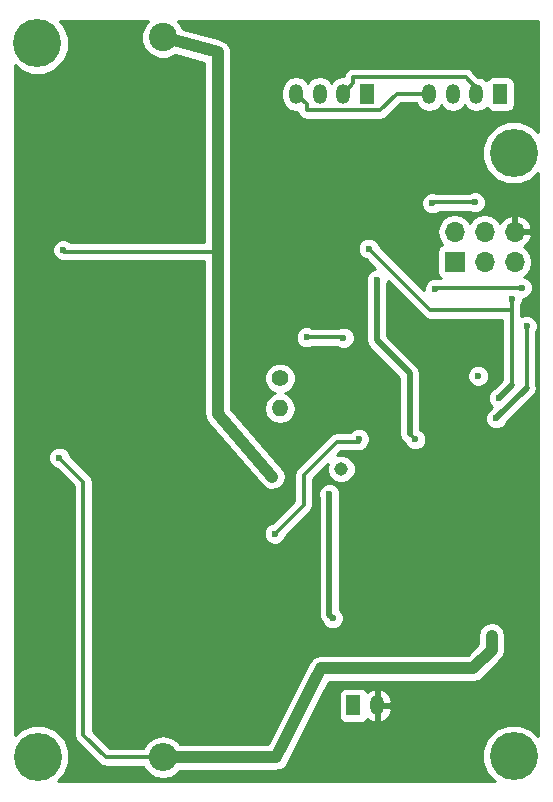
<source format=gbl>
G04 #@! TF.FileFunction,Copper,L2,Bot,Signal*
%FSLAX46Y46*%
G04 Gerber Fmt 4.6, Leading zero omitted, Abs format (unit mm)*
G04 Created by KiCad (PCBNEW 4.0.7) date 12/03/17 16:36:58*
%MOMM*%
%LPD*%
G01*
G04 APERTURE LIST*
%ADD10C,0.100000*%
%ADD11C,4.064000*%
%ADD12R,1.200000X1.700000*%
%ADD13O,1.200000X1.700000*%
%ADD14R,1.700000X1.700000*%
%ADD15O,1.700000X1.700000*%
%ADD16C,1.400000*%
%ADD17O,1.400000X1.400000*%
%ADD18C,2.400000*%
%ADD19O,2.400000X2.400000*%
%ADD20C,1.143000*%
%ADD21C,0.600000*%
%ADD22C,0.500000*%
%ADD23C,0.350000*%
%ADD24C,1.000000*%
%ADD25C,0.254000*%
G04 APERTURE END LIST*
D10*
D11*
X174269400Y-123393200D03*
D12*
X173101000Y-67335400D03*
D13*
X171101000Y-67335400D03*
X169101000Y-67335400D03*
X167101000Y-67335400D03*
D12*
X161823400Y-67335400D03*
D13*
X159823400Y-67335400D03*
X157823400Y-67335400D03*
X155823400Y-67335400D03*
D14*
X169265600Y-81534000D03*
D15*
X169265600Y-78994000D03*
X171805600Y-81534000D03*
X171805600Y-78994000D03*
X174345600Y-81534000D03*
X174345600Y-78994000D03*
D11*
X174244000Y-72313800D03*
X133959600Y-123444000D03*
D16*
X154457400Y-91401900D03*
D17*
X154457400Y-93941900D03*
D18*
X144551400Y-62509400D03*
D19*
X144551400Y-123469400D03*
D20*
X159664400Y-99060000D03*
D12*
X160680400Y-119100600D03*
D13*
X162680400Y-119100600D03*
D11*
X133934200Y-63042800D03*
D21*
X158318200Y-77876400D03*
X154381200Y-72237600D03*
X153619200Y-96139000D03*
X156718000Y-87934800D03*
X159842200Y-87960200D03*
X171246800Y-91186000D03*
X158648400Y-101193600D03*
X158927800Y-111709200D03*
X136093200Y-80543400D03*
X153822400Y-99720400D03*
X135788400Y-98120200D03*
X172389800Y-113182400D03*
X163347400Y-115951000D03*
X175361600Y-86969600D03*
X172770800Y-94792800D03*
X161975800Y-80416400D03*
X174091600Y-84683600D03*
X172974000Y-93065600D03*
X170967400Y-76504800D03*
X167360600Y-76581000D03*
X162661600Y-83058000D03*
X165912800Y-96570800D03*
X167589200Y-83820000D03*
X174955200Y-83718400D03*
X161163000Y-96520000D03*
X154025600Y-104546400D03*
D22*
X151612600Y-79222600D02*
X151612600Y-78486000D01*
X152222200Y-77876400D02*
X158318200Y-77876400D01*
X151612600Y-78486000D02*
X152222200Y-77876400D01*
X151612600Y-75006200D02*
X154381200Y-72237600D01*
X151612600Y-94132400D02*
X151612600Y-79222600D01*
X151612600Y-79222600D02*
X151612600Y-75006200D01*
X153619200Y-96139000D02*
X151612600Y-94132400D01*
D23*
X159816800Y-87934800D02*
X156718000Y-87934800D01*
X159842200Y-87960200D02*
X159816800Y-87934800D01*
D22*
X158648400Y-111429800D02*
X158648400Y-101193600D01*
X158927800Y-111709200D02*
X158648400Y-111429800D01*
D23*
X149199600Y-80670400D02*
X136220200Y-80670400D01*
X136220200Y-80670400D02*
X136093200Y-80543400D01*
D24*
X153822400Y-99720400D02*
X149199600Y-94437200D01*
X149199600Y-94437200D02*
X149199600Y-80670400D01*
X149199600Y-80670400D02*
X149199600Y-63804800D01*
X149199600Y-63804800D02*
X144551400Y-62509400D01*
D23*
X159823400Y-67335400D02*
X159766000Y-67310000D01*
X159766000Y-67310000D02*
X160655000Y-66421000D01*
X160655000Y-66421000D02*
X160655000Y-65913000D01*
X160655000Y-65913000D02*
X170180000Y-65913000D01*
X170180000Y-65913000D02*
X171069000Y-66802000D01*
X171069000Y-66802000D02*
X171069000Y-67310000D01*
X171069000Y-67310000D02*
X171101000Y-67335400D01*
X155823400Y-67335400D02*
X155829000Y-67310000D01*
X155829000Y-67310000D02*
X156718000Y-68199000D01*
X156718000Y-68199000D02*
X156718000Y-68707000D01*
X156718000Y-68707000D02*
X162941000Y-68707000D01*
X162941000Y-68707000D02*
X164338000Y-67310000D01*
X164338000Y-67310000D02*
X167132000Y-67310000D01*
X167132000Y-67310000D02*
X167101000Y-67335400D01*
X155823400Y-67335400D02*
X155829000Y-67310000D01*
X144551400Y-123469400D02*
X139700000Y-123469400D01*
X137820400Y-100152200D02*
X135788400Y-98120200D01*
X137820400Y-121589800D02*
X137820400Y-100152200D01*
X139700000Y-123469400D02*
X137820400Y-121589800D01*
D24*
X163347400Y-115951000D02*
X170840400Y-115951000D01*
X172389800Y-114401600D02*
X172389800Y-113182400D01*
X170840400Y-115951000D02*
X172389800Y-114401600D01*
X146913600Y-123494800D02*
X154152600Y-123494800D01*
X157937200Y-115951000D02*
X163347400Y-115951000D01*
X154152600Y-123494800D02*
X157937200Y-115951000D01*
X146913600Y-123494800D02*
X144551400Y-123469400D01*
D23*
X175361600Y-92202000D02*
X175361600Y-86969600D01*
D22*
X172770800Y-94792800D02*
X175361600Y-92202000D01*
D23*
X174091600Y-85648800D02*
X167208200Y-85648800D01*
X167208200Y-85648800D02*
X161975800Y-80416400D01*
X174091600Y-91948000D02*
X174091600Y-85648800D01*
X174091600Y-85648800D02*
X174091600Y-84683600D01*
D22*
X172974000Y-93065600D02*
X174091600Y-91948000D01*
D23*
X167436800Y-76504800D02*
X170967400Y-76504800D01*
X167360600Y-76581000D02*
X167436800Y-76504800D01*
D22*
X162661600Y-88188800D02*
X162661600Y-83058000D01*
X165455600Y-90982800D02*
X162661600Y-88188800D01*
X165455600Y-96113600D02*
X165455600Y-90982800D01*
D23*
X165912800Y-96570800D02*
X165455600Y-96113600D01*
X167589200Y-83820000D02*
X167843200Y-83718400D01*
X167843200Y-83718400D02*
X174955200Y-83718400D01*
X161163000Y-96520000D02*
X161188400Y-96774000D01*
X161188400Y-96774000D02*
X159258000Y-96774000D01*
X159258000Y-96774000D02*
X156464000Y-99568000D01*
X156464000Y-99568000D02*
X156464000Y-102108000D01*
X156464000Y-102108000D02*
X154025600Y-104546400D01*
D25*
G36*
X176285040Y-70583401D02*
X175756707Y-70054145D01*
X174776827Y-69647264D01*
X173715828Y-69646338D01*
X172735239Y-70051509D01*
X171984345Y-70801093D01*
X171577464Y-71780973D01*
X171576538Y-72841972D01*
X171981709Y-73822561D01*
X172731293Y-74573455D01*
X173711173Y-74980336D01*
X174772172Y-74981262D01*
X175752761Y-74576091D01*
X176287709Y-74042076D01*
X176324479Y-121676865D01*
X175782107Y-121133545D01*
X174802227Y-120726664D01*
X173741228Y-120725738D01*
X172760639Y-121130909D01*
X172009745Y-121880493D01*
X171602864Y-122860373D01*
X171601938Y-123921372D01*
X172007109Y-124901961D01*
X172632056Y-125528000D01*
X135646964Y-125528000D01*
X136219255Y-124956707D01*
X136626136Y-123976827D01*
X136627062Y-122915828D01*
X136221891Y-121935239D01*
X135472307Y-121184345D01*
X134492427Y-120777464D01*
X133431428Y-120776538D01*
X132450839Y-121181709D01*
X132002600Y-121629166D01*
X132002600Y-98305367D01*
X134853238Y-98305367D01*
X134995283Y-98649143D01*
X135258073Y-98912392D01*
X135560772Y-99038084D01*
X137010400Y-100487713D01*
X137010400Y-121589800D01*
X137072058Y-121899774D01*
X137229839Y-122135909D01*
X137247644Y-122162556D01*
X139127244Y-124042157D01*
X139390027Y-124217743D01*
X139527897Y-124245166D01*
X139700000Y-124279400D01*
X142904074Y-124279400D01*
X143253859Y-124802891D01*
X143849176Y-125200669D01*
X144551400Y-125340350D01*
X145253624Y-125200669D01*
X145848941Y-124802891D01*
X145971323Y-124619733D01*
X146901397Y-124629734D01*
X146907504Y-124628587D01*
X146913600Y-124629800D01*
X154152600Y-124629800D01*
X154330295Y-124594454D01*
X154510069Y-124572037D01*
X154546193Y-124551509D01*
X154586946Y-124543403D01*
X154737588Y-124442747D01*
X154895099Y-124353240D01*
X154920618Y-124320450D01*
X154955166Y-124297366D01*
X155055819Y-124146728D01*
X155167091Y-124003753D01*
X158053353Y-118250600D01*
X159432960Y-118250600D01*
X159432960Y-119950600D01*
X159477238Y-120185917D01*
X159616310Y-120402041D01*
X159828510Y-120547031D01*
X160080400Y-120598040D01*
X161280400Y-120598040D01*
X161515717Y-120553762D01*
X161731841Y-120414690D01*
X161835971Y-120262291D01*
X161851275Y-120282533D01*
X162271024Y-120528886D01*
X162362791Y-120544062D01*
X162553400Y-120419331D01*
X162553400Y-119227600D01*
X162807400Y-119227600D01*
X162807400Y-120419331D01*
X162998009Y-120544062D01*
X163089776Y-120528886D01*
X163509525Y-120282533D01*
X163803047Y-119894301D01*
X163925656Y-119423296D01*
X163762947Y-119227600D01*
X162807400Y-119227600D01*
X162553400Y-119227600D01*
X162533400Y-119227600D01*
X162533400Y-118973600D01*
X162553400Y-118973600D01*
X162553400Y-117781869D01*
X162807400Y-117781869D01*
X162807400Y-118973600D01*
X163762947Y-118973600D01*
X163925656Y-118777904D01*
X163803047Y-118306899D01*
X163509525Y-117918667D01*
X163089776Y-117672314D01*
X162998009Y-117657138D01*
X162807400Y-117781869D01*
X162553400Y-117781869D01*
X162362791Y-117657138D01*
X162271024Y-117672314D01*
X161851275Y-117918667D01*
X161835131Y-117940020D01*
X161744490Y-117799159D01*
X161532290Y-117654169D01*
X161280400Y-117603160D01*
X160080400Y-117603160D01*
X159845083Y-117647438D01*
X159628959Y-117786510D01*
X159483969Y-117998710D01*
X159432960Y-118250600D01*
X158053353Y-118250600D01*
X158637614Y-117086000D01*
X170840400Y-117086000D01*
X171274746Y-116999603D01*
X171642966Y-116753566D01*
X173192366Y-115204167D01*
X173438403Y-114835946D01*
X173441781Y-114818965D01*
X173524800Y-114401600D01*
X173524800Y-113182400D01*
X173438403Y-112748054D01*
X173192366Y-112379834D01*
X172824146Y-112133797D01*
X172389800Y-112047400D01*
X171955454Y-112133797D01*
X171587234Y-112379834D01*
X171341197Y-112748054D01*
X171254800Y-113182400D01*
X171254800Y-113931467D01*
X170370268Y-114816000D01*
X157937200Y-114816000D01*
X157759505Y-114851346D01*
X157579731Y-114873763D01*
X157543607Y-114894291D01*
X157502854Y-114902397D01*
X157352212Y-115003053D01*
X157194701Y-115092560D01*
X157169182Y-115125350D01*
X157134634Y-115148434D01*
X157033981Y-115299072D01*
X156922709Y-115442047D01*
X153452186Y-122359800D01*
X146919666Y-122359800D01*
X145991874Y-122349824D01*
X145848941Y-122135909D01*
X145253624Y-121738131D01*
X144551400Y-121598450D01*
X143849176Y-121738131D01*
X143253859Y-122135909D01*
X142904074Y-122659400D01*
X140035513Y-122659400D01*
X138630400Y-121254288D01*
X138630400Y-104731567D01*
X153090438Y-104731567D01*
X153232483Y-105075343D01*
X153495273Y-105338592D01*
X153838801Y-105481238D01*
X154210767Y-105481562D01*
X154554543Y-105339517D01*
X154817792Y-105076727D01*
X154943484Y-104774028D01*
X157036756Y-102680757D01*
X157124549Y-102549365D01*
X157212342Y-102417974D01*
X157274000Y-102108000D01*
X157274000Y-101378767D01*
X157713238Y-101378767D01*
X157763400Y-101500169D01*
X157763400Y-111429795D01*
X157763399Y-111429800D01*
X157782144Y-111524033D01*
X157830767Y-111768475D01*
X158017138Y-112047400D01*
X158022610Y-112055590D01*
X158085056Y-112118035D01*
X158134683Y-112238143D01*
X158397473Y-112501392D01*
X158741001Y-112644038D01*
X159112967Y-112644362D01*
X159456743Y-112502317D01*
X159719992Y-112239527D01*
X159862638Y-111895999D01*
X159862962Y-111524033D01*
X159720917Y-111180257D01*
X159533400Y-110992412D01*
X159533400Y-101500422D01*
X159583238Y-101380399D01*
X159583562Y-101008433D01*
X159441517Y-100664657D01*
X159178727Y-100401408D01*
X158835199Y-100258762D01*
X158463233Y-100258438D01*
X158119457Y-100400483D01*
X157856208Y-100663273D01*
X157713562Y-101006801D01*
X157713238Y-101378767D01*
X157274000Y-101378767D01*
X157274000Y-99903512D01*
X158528804Y-98648709D01*
X158458110Y-98818959D01*
X158457691Y-99298935D01*
X158640982Y-99742535D01*
X158980080Y-100082225D01*
X159423359Y-100266290D01*
X159903335Y-100266709D01*
X160346935Y-100083418D01*
X160686625Y-99744320D01*
X160870690Y-99301041D01*
X160871109Y-98821065D01*
X160687818Y-98377465D01*
X160348720Y-98037775D01*
X159905441Y-97853710D01*
X159425465Y-97853291D01*
X159252934Y-97924579D01*
X159593513Y-97584000D01*
X161188400Y-97584000D01*
X161228403Y-97576043D01*
X161268998Y-97579980D01*
X161382250Y-97545441D01*
X161498374Y-97522342D01*
X161532285Y-97499683D01*
X161571298Y-97487785D01*
X161662711Y-97412535D01*
X161761156Y-97346756D01*
X161783816Y-97312844D01*
X161815305Y-97286922D01*
X161870963Y-97182419D01*
X161936742Y-97083974D01*
X161940522Y-97064972D01*
X161955192Y-97050327D01*
X162097838Y-96706799D01*
X162098162Y-96334833D01*
X161956117Y-95991057D01*
X161693327Y-95727808D01*
X161349799Y-95585162D01*
X160977833Y-95584838D01*
X160634057Y-95726883D01*
X160396526Y-95964000D01*
X159258000Y-95964000D01*
X158948027Y-96025657D01*
X158685244Y-96201243D01*
X155891244Y-98995244D01*
X155715658Y-99258026D01*
X155654000Y-99568000D01*
X155654000Y-101772487D01*
X153797518Y-103628970D01*
X153496657Y-103753283D01*
X153233408Y-104016073D01*
X153090762Y-104359601D01*
X153090438Y-104731567D01*
X138630400Y-104731567D01*
X138630400Y-100152200D01*
X138568742Y-99842226D01*
X138498412Y-99736971D01*
X138393157Y-99579444D01*
X136705830Y-97892118D01*
X136581517Y-97591257D01*
X136318727Y-97328008D01*
X135975199Y-97185362D01*
X135603233Y-97185038D01*
X135259457Y-97327083D01*
X134996208Y-97589873D01*
X134853562Y-97933401D01*
X134853238Y-98305367D01*
X132002600Y-98305367D01*
X132002600Y-64882830D01*
X132421493Y-65302455D01*
X133401373Y-65709336D01*
X134462372Y-65710262D01*
X135442961Y-65305091D01*
X136193855Y-64555507D01*
X136600736Y-63575627D01*
X136601662Y-62514628D01*
X136196491Y-61534039D01*
X135822600Y-61159495D01*
X143310485Y-61155330D01*
X142996670Y-61468599D01*
X142716719Y-62142795D01*
X142716082Y-62872803D01*
X142994855Y-63547486D01*
X143510599Y-64064130D01*
X144184795Y-64344081D01*
X144914803Y-64344718D01*
X145589486Y-64065945D01*
X145659176Y-63996377D01*
X148064600Y-64666741D01*
X148064600Y-79860400D01*
X136732529Y-79860400D01*
X136623527Y-79751208D01*
X136279999Y-79608562D01*
X135908033Y-79608238D01*
X135564257Y-79750283D01*
X135301008Y-80013073D01*
X135158362Y-80356601D01*
X135158038Y-80728567D01*
X135300083Y-81072343D01*
X135562873Y-81335592D01*
X135906401Y-81478238D01*
X136210663Y-81478503D01*
X136220200Y-81480400D01*
X148064600Y-81480400D01*
X148064600Y-94437200D01*
X148100567Y-94618020D01*
X148124427Y-94800831D01*
X148143529Y-94834003D01*
X148150997Y-94871546D01*
X148253420Y-95024833D01*
X148345425Y-95184603D01*
X152968225Y-100467803D01*
X153319264Y-100737788D01*
X153746901Y-100852886D01*
X154186031Y-100795573D01*
X154569803Y-100574574D01*
X154839788Y-100223535D01*
X154954886Y-99795899D01*
X154897573Y-99356769D01*
X154676574Y-98972997D01*
X150334600Y-94010740D01*
X150334600Y-91666283D01*
X153122169Y-91666283D01*
X153324982Y-92157129D01*
X153700196Y-92532998D01*
X154023188Y-92667116D01*
X153946518Y-92682367D01*
X153513412Y-92971758D01*
X153224021Y-93404864D01*
X153122400Y-93915746D01*
X153122400Y-93968054D01*
X153224021Y-94478936D01*
X153513412Y-94912042D01*
X153946518Y-95201433D01*
X154457400Y-95303054D01*
X154968282Y-95201433D01*
X155401388Y-94912042D01*
X155690779Y-94478936D01*
X155792400Y-93968054D01*
X155792400Y-93915746D01*
X155690779Y-93404864D01*
X155401388Y-92971758D01*
X154968282Y-92682367D01*
X154891355Y-92667065D01*
X155212629Y-92534318D01*
X155588498Y-92159104D01*
X155792168Y-91668613D01*
X155792631Y-91137517D01*
X155589818Y-90646671D01*
X155214604Y-90270802D01*
X154724113Y-90067132D01*
X154193017Y-90066669D01*
X153702171Y-90269482D01*
X153326302Y-90644696D01*
X153122632Y-91135187D01*
X153122169Y-91666283D01*
X150334600Y-91666283D01*
X150334600Y-88119967D01*
X155782838Y-88119967D01*
X155924883Y-88463743D01*
X156187673Y-88726992D01*
X156531201Y-88869638D01*
X156903167Y-88869962D01*
X157206083Y-88744800D01*
X159304294Y-88744800D01*
X159311873Y-88752392D01*
X159655401Y-88895038D01*
X160027367Y-88895362D01*
X160371143Y-88753317D01*
X160634392Y-88490527D01*
X160777038Y-88146999D01*
X160777362Y-87775033D01*
X160635317Y-87431257D01*
X160372527Y-87168008D01*
X160028999Y-87025362D01*
X159657033Y-87025038D01*
X159415590Y-87124800D01*
X157205441Y-87124800D01*
X156904799Y-86999962D01*
X156532833Y-86999638D01*
X156189057Y-87141683D01*
X155925808Y-87404473D01*
X155783162Y-87748001D01*
X155782838Y-88119967D01*
X150334600Y-88119967D01*
X150334600Y-80601567D01*
X161040638Y-80601567D01*
X161182683Y-80945343D01*
X161445473Y-81208592D01*
X161748172Y-81334284D01*
X162536778Y-82122891D01*
X162476433Y-82122838D01*
X162132657Y-82264883D01*
X161869408Y-82527673D01*
X161726762Y-82871201D01*
X161726438Y-83243167D01*
X161776600Y-83364569D01*
X161776600Y-88188795D01*
X161776599Y-88188800D01*
X161831290Y-88463743D01*
X161843967Y-88527475D01*
X161977279Y-88726992D01*
X162035810Y-88814590D01*
X164570600Y-91349379D01*
X164570600Y-96113600D01*
X164637967Y-96452275D01*
X164829810Y-96739390D01*
X165024554Y-96869513D01*
X165119683Y-97099743D01*
X165382473Y-97362992D01*
X165726001Y-97505638D01*
X166097967Y-97505962D01*
X166441743Y-97363917D01*
X166704992Y-97101127D01*
X166847638Y-96757599D01*
X166847962Y-96385633D01*
X166705917Y-96041857D01*
X166443127Y-95778608D01*
X166340600Y-95736035D01*
X166340600Y-91371167D01*
X170311638Y-91371167D01*
X170453683Y-91714943D01*
X170716473Y-91978192D01*
X171060001Y-92120838D01*
X171431967Y-92121162D01*
X171775743Y-91979117D01*
X172038992Y-91716327D01*
X172181638Y-91372799D01*
X172181962Y-91000833D01*
X172039917Y-90657057D01*
X171777127Y-90393808D01*
X171433599Y-90251162D01*
X171061633Y-90250838D01*
X170717857Y-90392883D01*
X170454608Y-90655673D01*
X170311962Y-90999201D01*
X170311638Y-91371167D01*
X166340600Y-91371167D01*
X166340600Y-90982805D01*
X166340601Y-90982800D01*
X166273739Y-90646671D01*
X166273233Y-90644125D01*
X166081390Y-90357010D01*
X166081387Y-90357008D01*
X163546600Y-87822220D01*
X163546600Y-83364822D01*
X163596438Y-83244799D01*
X163596492Y-83182605D01*
X166635443Y-86221556D01*
X166766835Y-86309349D01*
X166898226Y-86397142D01*
X167208200Y-86458800D01*
X173281600Y-86458800D01*
X173281600Y-91506421D01*
X172565164Y-92222856D01*
X172445057Y-92272483D01*
X172181808Y-92535273D01*
X172039162Y-92878801D01*
X172038838Y-93250767D01*
X172180883Y-93594543D01*
X172443673Y-93857792D01*
X172451131Y-93860889D01*
X172361964Y-93950056D01*
X172241857Y-93999683D01*
X171978608Y-94262473D01*
X171835962Y-94606001D01*
X171835638Y-94977967D01*
X171977683Y-95321743D01*
X172240473Y-95584992D01*
X172584001Y-95727638D01*
X172955967Y-95727962D01*
X173299743Y-95585917D01*
X173562992Y-95323127D01*
X173613366Y-95201814D01*
X175987389Y-92827790D01*
X176179233Y-92540675D01*
X176246600Y-92202000D01*
X176179233Y-91863326D01*
X176171600Y-91851902D01*
X176171600Y-87457041D01*
X176296438Y-87156399D01*
X176296762Y-86784433D01*
X176154717Y-86440657D01*
X175891927Y-86177408D01*
X175548399Y-86034762D01*
X175176433Y-86034438D01*
X174901600Y-86147996D01*
X174901600Y-85171041D01*
X175026438Y-84870399D01*
X175026627Y-84653463D01*
X175140367Y-84653562D01*
X175484143Y-84511517D01*
X175747392Y-84248727D01*
X175890038Y-83905199D01*
X175890362Y-83533233D01*
X175748317Y-83189457D01*
X175485527Y-82926208D01*
X175141999Y-82783562D01*
X175140611Y-82783561D01*
X175395654Y-82613147D01*
X175717561Y-82131378D01*
X175830600Y-81563093D01*
X175830600Y-81504907D01*
X175717561Y-80936622D01*
X175395654Y-80454853D01*
X175112499Y-80265655D01*
X175112524Y-80265645D01*
X175540783Y-79875358D01*
X175787086Y-79350892D01*
X175666419Y-79121000D01*
X174472600Y-79121000D01*
X174472600Y-79141000D01*
X174218600Y-79141000D01*
X174218600Y-79121000D01*
X174198600Y-79121000D01*
X174198600Y-78867000D01*
X174218600Y-78867000D01*
X174218600Y-77673845D01*
X174472600Y-77673845D01*
X174472600Y-78867000D01*
X175666419Y-78867000D01*
X175787086Y-78637108D01*
X175540783Y-78112642D01*
X175112524Y-77722355D01*
X174702490Y-77552524D01*
X174472600Y-77673845D01*
X174218600Y-77673845D01*
X173988710Y-77552524D01*
X173578676Y-77722355D01*
X173150417Y-78112642D01*
X173083302Y-78255553D01*
X172855654Y-77914853D01*
X172373885Y-77592946D01*
X171805600Y-77479907D01*
X171237315Y-77592946D01*
X170755546Y-77914853D01*
X170535600Y-78244026D01*
X170315654Y-77914853D01*
X169833885Y-77592946D01*
X169265600Y-77479907D01*
X168697315Y-77592946D01*
X168215546Y-77914853D01*
X167893639Y-78396622D01*
X167780600Y-78964907D01*
X167780600Y-79023093D01*
X167893639Y-79591378D01*
X168215546Y-80073147D01*
X168216779Y-80073971D01*
X168180283Y-80080838D01*
X167964159Y-80219910D01*
X167819169Y-80432110D01*
X167768160Y-80684000D01*
X167768160Y-82384000D01*
X167812438Y-82619317D01*
X167951510Y-82835441D01*
X168058289Y-82908400D01*
X167843200Y-82908400D01*
X167835602Y-82909911D01*
X167775999Y-82885162D01*
X167404033Y-82884838D01*
X167060257Y-83026883D01*
X166797008Y-83289673D01*
X166654362Y-83633201D01*
X166654087Y-83949174D01*
X162893230Y-80188318D01*
X162768917Y-79887457D01*
X162506127Y-79624208D01*
X162162599Y-79481562D01*
X161790633Y-79481238D01*
X161446857Y-79623283D01*
X161183608Y-79886073D01*
X161040962Y-80229601D01*
X161040638Y-80601567D01*
X150334600Y-80601567D01*
X150334600Y-76766167D01*
X166425438Y-76766167D01*
X166567483Y-77109943D01*
X166830273Y-77373192D01*
X167173801Y-77515838D01*
X167545767Y-77516162D01*
X167889543Y-77374117D01*
X167948964Y-77314800D01*
X170479959Y-77314800D01*
X170780601Y-77439638D01*
X171152567Y-77439962D01*
X171496343Y-77297917D01*
X171759592Y-77035127D01*
X171902238Y-76691599D01*
X171902562Y-76319633D01*
X171760517Y-75975857D01*
X171497727Y-75712608D01*
X171154199Y-75569962D01*
X170782233Y-75569638D01*
X170479317Y-75694800D01*
X167664532Y-75694800D01*
X167547399Y-75646162D01*
X167175433Y-75645838D01*
X166831657Y-75787883D01*
X166568408Y-76050673D01*
X166425762Y-76394201D01*
X166425438Y-76766167D01*
X150334600Y-76766167D01*
X150334600Y-67056307D01*
X154588400Y-67056307D01*
X154588400Y-67614493D01*
X154682409Y-68087107D01*
X154950123Y-68487770D01*
X155350786Y-68755484D01*
X155823400Y-68849493D01*
X155932045Y-68827882D01*
X155969658Y-69016974D01*
X156145244Y-69279756D01*
X156408026Y-69455342D01*
X156718000Y-69517000D01*
X162941000Y-69517000D01*
X163250974Y-69455342D01*
X163513756Y-69279756D01*
X164673513Y-68120000D01*
X165981987Y-68120000D01*
X166227723Y-68487770D01*
X166628386Y-68755484D01*
X167101000Y-68849493D01*
X167573614Y-68755484D01*
X167974277Y-68487770D01*
X168101000Y-68298115D01*
X168227723Y-68487770D01*
X168628386Y-68755484D01*
X169101000Y-68849493D01*
X169573614Y-68755484D01*
X169974277Y-68487770D01*
X170101000Y-68298115D01*
X170227723Y-68487770D01*
X170628386Y-68755484D01*
X171101000Y-68849493D01*
X171573614Y-68755484D01*
X171950996Y-68503326D01*
X172036910Y-68636841D01*
X172249110Y-68781831D01*
X172501000Y-68832840D01*
X173701000Y-68832840D01*
X173936317Y-68788562D01*
X174152441Y-68649490D01*
X174297431Y-68437290D01*
X174348440Y-68185400D01*
X174348440Y-66485400D01*
X174304162Y-66250083D01*
X174165090Y-66033959D01*
X173952890Y-65888969D01*
X173701000Y-65837960D01*
X172501000Y-65837960D01*
X172265683Y-65882238D01*
X172049559Y-66021310D01*
X171950099Y-66166875D01*
X171573614Y-65915316D01*
X171266799Y-65854287D01*
X170752756Y-65340244D01*
X170696201Y-65302455D01*
X170489974Y-65164658D01*
X170180000Y-65103000D01*
X160655000Y-65103000D01*
X160345026Y-65164658D01*
X160082244Y-65340244D01*
X159906658Y-65603026D01*
X159861723Y-65828930D01*
X159823400Y-65821307D01*
X159350786Y-65915316D01*
X158950123Y-66183030D01*
X158823400Y-66372685D01*
X158696677Y-66183030D01*
X158296014Y-65915316D01*
X157823400Y-65821307D01*
X157350786Y-65915316D01*
X156950123Y-66183030D01*
X156823400Y-66372685D01*
X156696677Y-66183030D01*
X156296014Y-65915316D01*
X155823400Y-65821307D01*
X155350786Y-65915316D01*
X154950123Y-66183030D01*
X154682409Y-66583693D01*
X154588400Y-67056307D01*
X150334600Y-67056307D01*
X150334600Y-63804800D01*
X150321098Y-63736919D01*
X150326314Y-63667905D01*
X150278256Y-63521543D01*
X150248203Y-63370454D01*
X150209752Y-63312908D01*
X150188161Y-63247151D01*
X150087751Y-63130320D01*
X150002166Y-63002234D01*
X149944619Y-62963783D01*
X149899508Y-62911294D01*
X149762032Y-62841782D01*
X149633946Y-62756197D01*
X149566067Y-62742695D01*
X149504301Y-62711464D01*
X146245057Y-61803150D01*
X146107945Y-61471314D01*
X145791134Y-61153951D01*
X176277748Y-61136995D01*
X176285040Y-70583401D01*
X176285040Y-70583401D01*
G37*
X176285040Y-70583401D02*
X175756707Y-70054145D01*
X174776827Y-69647264D01*
X173715828Y-69646338D01*
X172735239Y-70051509D01*
X171984345Y-70801093D01*
X171577464Y-71780973D01*
X171576538Y-72841972D01*
X171981709Y-73822561D01*
X172731293Y-74573455D01*
X173711173Y-74980336D01*
X174772172Y-74981262D01*
X175752761Y-74576091D01*
X176287709Y-74042076D01*
X176324479Y-121676865D01*
X175782107Y-121133545D01*
X174802227Y-120726664D01*
X173741228Y-120725738D01*
X172760639Y-121130909D01*
X172009745Y-121880493D01*
X171602864Y-122860373D01*
X171601938Y-123921372D01*
X172007109Y-124901961D01*
X172632056Y-125528000D01*
X135646964Y-125528000D01*
X136219255Y-124956707D01*
X136626136Y-123976827D01*
X136627062Y-122915828D01*
X136221891Y-121935239D01*
X135472307Y-121184345D01*
X134492427Y-120777464D01*
X133431428Y-120776538D01*
X132450839Y-121181709D01*
X132002600Y-121629166D01*
X132002600Y-98305367D01*
X134853238Y-98305367D01*
X134995283Y-98649143D01*
X135258073Y-98912392D01*
X135560772Y-99038084D01*
X137010400Y-100487713D01*
X137010400Y-121589800D01*
X137072058Y-121899774D01*
X137229839Y-122135909D01*
X137247644Y-122162556D01*
X139127244Y-124042157D01*
X139390027Y-124217743D01*
X139527897Y-124245166D01*
X139700000Y-124279400D01*
X142904074Y-124279400D01*
X143253859Y-124802891D01*
X143849176Y-125200669D01*
X144551400Y-125340350D01*
X145253624Y-125200669D01*
X145848941Y-124802891D01*
X145971323Y-124619733D01*
X146901397Y-124629734D01*
X146907504Y-124628587D01*
X146913600Y-124629800D01*
X154152600Y-124629800D01*
X154330295Y-124594454D01*
X154510069Y-124572037D01*
X154546193Y-124551509D01*
X154586946Y-124543403D01*
X154737588Y-124442747D01*
X154895099Y-124353240D01*
X154920618Y-124320450D01*
X154955166Y-124297366D01*
X155055819Y-124146728D01*
X155167091Y-124003753D01*
X158053353Y-118250600D01*
X159432960Y-118250600D01*
X159432960Y-119950600D01*
X159477238Y-120185917D01*
X159616310Y-120402041D01*
X159828510Y-120547031D01*
X160080400Y-120598040D01*
X161280400Y-120598040D01*
X161515717Y-120553762D01*
X161731841Y-120414690D01*
X161835971Y-120262291D01*
X161851275Y-120282533D01*
X162271024Y-120528886D01*
X162362791Y-120544062D01*
X162553400Y-120419331D01*
X162553400Y-119227600D01*
X162807400Y-119227600D01*
X162807400Y-120419331D01*
X162998009Y-120544062D01*
X163089776Y-120528886D01*
X163509525Y-120282533D01*
X163803047Y-119894301D01*
X163925656Y-119423296D01*
X163762947Y-119227600D01*
X162807400Y-119227600D01*
X162553400Y-119227600D01*
X162533400Y-119227600D01*
X162533400Y-118973600D01*
X162553400Y-118973600D01*
X162553400Y-117781869D01*
X162807400Y-117781869D01*
X162807400Y-118973600D01*
X163762947Y-118973600D01*
X163925656Y-118777904D01*
X163803047Y-118306899D01*
X163509525Y-117918667D01*
X163089776Y-117672314D01*
X162998009Y-117657138D01*
X162807400Y-117781869D01*
X162553400Y-117781869D01*
X162362791Y-117657138D01*
X162271024Y-117672314D01*
X161851275Y-117918667D01*
X161835131Y-117940020D01*
X161744490Y-117799159D01*
X161532290Y-117654169D01*
X161280400Y-117603160D01*
X160080400Y-117603160D01*
X159845083Y-117647438D01*
X159628959Y-117786510D01*
X159483969Y-117998710D01*
X159432960Y-118250600D01*
X158053353Y-118250600D01*
X158637614Y-117086000D01*
X170840400Y-117086000D01*
X171274746Y-116999603D01*
X171642966Y-116753566D01*
X173192366Y-115204167D01*
X173438403Y-114835946D01*
X173441781Y-114818965D01*
X173524800Y-114401600D01*
X173524800Y-113182400D01*
X173438403Y-112748054D01*
X173192366Y-112379834D01*
X172824146Y-112133797D01*
X172389800Y-112047400D01*
X171955454Y-112133797D01*
X171587234Y-112379834D01*
X171341197Y-112748054D01*
X171254800Y-113182400D01*
X171254800Y-113931467D01*
X170370268Y-114816000D01*
X157937200Y-114816000D01*
X157759505Y-114851346D01*
X157579731Y-114873763D01*
X157543607Y-114894291D01*
X157502854Y-114902397D01*
X157352212Y-115003053D01*
X157194701Y-115092560D01*
X157169182Y-115125350D01*
X157134634Y-115148434D01*
X157033981Y-115299072D01*
X156922709Y-115442047D01*
X153452186Y-122359800D01*
X146919666Y-122359800D01*
X145991874Y-122349824D01*
X145848941Y-122135909D01*
X145253624Y-121738131D01*
X144551400Y-121598450D01*
X143849176Y-121738131D01*
X143253859Y-122135909D01*
X142904074Y-122659400D01*
X140035513Y-122659400D01*
X138630400Y-121254288D01*
X138630400Y-104731567D01*
X153090438Y-104731567D01*
X153232483Y-105075343D01*
X153495273Y-105338592D01*
X153838801Y-105481238D01*
X154210767Y-105481562D01*
X154554543Y-105339517D01*
X154817792Y-105076727D01*
X154943484Y-104774028D01*
X157036756Y-102680757D01*
X157124549Y-102549365D01*
X157212342Y-102417974D01*
X157274000Y-102108000D01*
X157274000Y-101378767D01*
X157713238Y-101378767D01*
X157763400Y-101500169D01*
X157763400Y-111429795D01*
X157763399Y-111429800D01*
X157782144Y-111524033D01*
X157830767Y-111768475D01*
X158017138Y-112047400D01*
X158022610Y-112055590D01*
X158085056Y-112118035D01*
X158134683Y-112238143D01*
X158397473Y-112501392D01*
X158741001Y-112644038D01*
X159112967Y-112644362D01*
X159456743Y-112502317D01*
X159719992Y-112239527D01*
X159862638Y-111895999D01*
X159862962Y-111524033D01*
X159720917Y-111180257D01*
X159533400Y-110992412D01*
X159533400Y-101500422D01*
X159583238Y-101380399D01*
X159583562Y-101008433D01*
X159441517Y-100664657D01*
X159178727Y-100401408D01*
X158835199Y-100258762D01*
X158463233Y-100258438D01*
X158119457Y-100400483D01*
X157856208Y-100663273D01*
X157713562Y-101006801D01*
X157713238Y-101378767D01*
X157274000Y-101378767D01*
X157274000Y-99903512D01*
X158528804Y-98648709D01*
X158458110Y-98818959D01*
X158457691Y-99298935D01*
X158640982Y-99742535D01*
X158980080Y-100082225D01*
X159423359Y-100266290D01*
X159903335Y-100266709D01*
X160346935Y-100083418D01*
X160686625Y-99744320D01*
X160870690Y-99301041D01*
X160871109Y-98821065D01*
X160687818Y-98377465D01*
X160348720Y-98037775D01*
X159905441Y-97853710D01*
X159425465Y-97853291D01*
X159252934Y-97924579D01*
X159593513Y-97584000D01*
X161188400Y-97584000D01*
X161228403Y-97576043D01*
X161268998Y-97579980D01*
X161382250Y-97545441D01*
X161498374Y-97522342D01*
X161532285Y-97499683D01*
X161571298Y-97487785D01*
X161662711Y-97412535D01*
X161761156Y-97346756D01*
X161783816Y-97312844D01*
X161815305Y-97286922D01*
X161870963Y-97182419D01*
X161936742Y-97083974D01*
X161940522Y-97064972D01*
X161955192Y-97050327D01*
X162097838Y-96706799D01*
X162098162Y-96334833D01*
X161956117Y-95991057D01*
X161693327Y-95727808D01*
X161349799Y-95585162D01*
X160977833Y-95584838D01*
X160634057Y-95726883D01*
X160396526Y-95964000D01*
X159258000Y-95964000D01*
X158948027Y-96025657D01*
X158685244Y-96201243D01*
X155891244Y-98995244D01*
X155715658Y-99258026D01*
X155654000Y-99568000D01*
X155654000Y-101772487D01*
X153797518Y-103628970D01*
X153496657Y-103753283D01*
X153233408Y-104016073D01*
X153090762Y-104359601D01*
X153090438Y-104731567D01*
X138630400Y-104731567D01*
X138630400Y-100152200D01*
X138568742Y-99842226D01*
X138498412Y-99736971D01*
X138393157Y-99579444D01*
X136705830Y-97892118D01*
X136581517Y-97591257D01*
X136318727Y-97328008D01*
X135975199Y-97185362D01*
X135603233Y-97185038D01*
X135259457Y-97327083D01*
X134996208Y-97589873D01*
X134853562Y-97933401D01*
X134853238Y-98305367D01*
X132002600Y-98305367D01*
X132002600Y-64882830D01*
X132421493Y-65302455D01*
X133401373Y-65709336D01*
X134462372Y-65710262D01*
X135442961Y-65305091D01*
X136193855Y-64555507D01*
X136600736Y-63575627D01*
X136601662Y-62514628D01*
X136196491Y-61534039D01*
X135822600Y-61159495D01*
X143310485Y-61155330D01*
X142996670Y-61468599D01*
X142716719Y-62142795D01*
X142716082Y-62872803D01*
X142994855Y-63547486D01*
X143510599Y-64064130D01*
X144184795Y-64344081D01*
X144914803Y-64344718D01*
X145589486Y-64065945D01*
X145659176Y-63996377D01*
X148064600Y-64666741D01*
X148064600Y-79860400D01*
X136732529Y-79860400D01*
X136623527Y-79751208D01*
X136279999Y-79608562D01*
X135908033Y-79608238D01*
X135564257Y-79750283D01*
X135301008Y-80013073D01*
X135158362Y-80356601D01*
X135158038Y-80728567D01*
X135300083Y-81072343D01*
X135562873Y-81335592D01*
X135906401Y-81478238D01*
X136210663Y-81478503D01*
X136220200Y-81480400D01*
X148064600Y-81480400D01*
X148064600Y-94437200D01*
X148100567Y-94618020D01*
X148124427Y-94800831D01*
X148143529Y-94834003D01*
X148150997Y-94871546D01*
X148253420Y-95024833D01*
X148345425Y-95184603D01*
X152968225Y-100467803D01*
X153319264Y-100737788D01*
X153746901Y-100852886D01*
X154186031Y-100795573D01*
X154569803Y-100574574D01*
X154839788Y-100223535D01*
X154954886Y-99795899D01*
X154897573Y-99356769D01*
X154676574Y-98972997D01*
X150334600Y-94010740D01*
X150334600Y-91666283D01*
X153122169Y-91666283D01*
X153324982Y-92157129D01*
X153700196Y-92532998D01*
X154023188Y-92667116D01*
X153946518Y-92682367D01*
X153513412Y-92971758D01*
X153224021Y-93404864D01*
X153122400Y-93915746D01*
X153122400Y-93968054D01*
X153224021Y-94478936D01*
X153513412Y-94912042D01*
X153946518Y-95201433D01*
X154457400Y-95303054D01*
X154968282Y-95201433D01*
X155401388Y-94912042D01*
X155690779Y-94478936D01*
X155792400Y-93968054D01*
X155792400Y-93915746D01*
X155690779Y-93404864D01*
X155401388Y-92971758D01*
X154968282Y-92682367D01*
X154891355Y-92667065D01*
X155212629Y-92534318D01*
X155588498Y-92159104D01*
X155792168Y-91668613D01*
X155792631Y-91137517D01*
X155589818Y-90646671D01*
X155214604Y-90270802D01*
X154724113Y-90067132D01*
X154193017Y-90066669D01*
X153702171Y-90269482D01*
X153326302Y-90644696D01*
X153122632Y-91135187D01*
X153122169Y-91666283D01*
X150334600Y-91666283D01*
X150334600Y-88119967D01*
X155782838Y-88119967D01*
X155924883Y-88463743D01*
X156187673Y-88726992D01*
X156531201Y-88869638D01*
X156903167Y-88869962D01*
X157206083Y-88744800D01*
X159304294Y-88744800D01*
X159311873Y-88752392D01*
X159655401Y-88895038D01*
X160027367Y-88895362D01*
X160371143Y-88753317D01*
X160634392Y-88490527D01*
X160777038Y-88146999D01*
X160777362Y-87775033D01*
X160635317Y-87431257D01*
X160372527Y-87168008D01*
X160028999Y-87025362D01*
X159657033Y-87025038D01*
X159415590Y-87124800D01*
X157205441Y-87124800D01*
X156904799Y-86999962D01*
X156532833Y-86999638D01*
X156189057Y-87141683D01*
X155925808Y-87404473D01*
X155783162Y-87748001D01*
X155782838Y-88119967D01*
X150334600Y-88119967D01*
X150334600Y-80601567D01*
X161040638Y-80601567D01*
X161182683Y-80945343D01*
X161445473Y-81208592D01*
X161748172Y-81334284D01*
X162536778Y-82122891D01*
X162476433Y-82122838D01*
X162132657Y-82264883D01*
X161869408Y-82527673D01*
X161726762Y-82871201D01*
X161726438Y-83243167D01*
X161776600Y-83364569D01*
X161776600Y-88188795D01*
X161776599Y-88188800D01*
X161831290Y-88463743D01*
X161843967Y-88527475D01*
X161977279Y-88726992D01*
X162035810Y-88814590D01*
X164570600Y-91349379D01*
X164570600Y-96113600D01*
X164637967Y-96452275D01*
X164829810Y-96739390D01*
X165024554Y-96869513D01*
X165119683Y-97099743D01*
X165382473Y-97362992D01*
X165726001Y-97505638D01*
X166097967Y-97505962D01*
X166441743Y-97363917D01*
X166704992Y-97101127D01*
X166847638Y-96757599D01*
X166847962Y-96385633D01*
X166705917Y-96041857D01*
X166443127Y-95778608D01*
X166340600Y-95736035D01*
X166340600Y-91371167D01*
X170311638Y-91371167D01*
X170453683Y-91714943D01*
X170716473Y-91978192D01*
X171060001Y-92120838D01*
X171431967Y-92121162D01*
X171775743Y-91979117D01*
X172038992Y-91716327D01*
X172181638Y-91372799D01*
X172181962Y-91000833D01*
X172039917Y-90657057D01*
X171777127Y-90393808D01*
X171433599Y-90251162D01*
X171061633Y-90250838D01*
X170717857Y-90392883D01*
X170454608Y-90655673D01*
X170311962Y-90999201D01*
X170311638Y-91371167D01*
X166340600Y-91371167D01*
X166340600Y-90982805D01*
X166340601Y-90982800D01*
X166273739Y-90646671D01*
X166273233Y-90644125D01*
X166081390Y-90357010D01*
X166081387Y-90357008D01*
X163546600Y-87822220D01*
X163546600Y-83364822D01*
X163596438Y-83244799D01*
X163596492Y-83182605D01*
X166635443Y-86221556D01*
X166766835Y-86309349D01*
X166898226Y-86397142D01*
X167208200Y-86458800D01*
X173281600Y-86458800D01*
X173281600Y-91506421D01*
X172565164Y-92222856D01*
X172445057Y-92272483D01*
X172181808Y-92535273D01*
X172039162Y-92878801D01*
X172038838Y-93250767D01*
X172180883Y-93594543D01*
X172443673Y-93857792D01*
X172451131Y-93860889D01*
X172361964Y-93950056D01*
X172241857Y-93999683D01*
X171978608Y-94262473D01*
X171835962Y-94606001D01*
X171835638Y-94977967D01*
X171977683Y-95321743D01*
X172240473Y-95584992D01*
X172584001Y-95727638D01*
X172955967Y-95727962D01*
X173299743Y-95585917D01*
X173562992Y-95323127D01*
X173613366Y-95201814D01*
X175987389Y-92827790D01*
X176179233Y-92540675D01*
X176246600Y-92202000D01*
X176179233Y-91863326D01*
X176171600Y-91851902D01*
X176171600Y-87457041D01*
X176296438Y-87156399D01*
X176296762Y-86784433D01*
X176154717Y-86440657D01*
X175891927Y-86177408D01*
X175548399Y-86034762D01*
X175176433Y-86034438D01*
X174901600Y-86147996D01*
X174901600Y-85171041D01*
X175026438Y-84870399D01*
X175026627Y-84653463D01*
X175140367Y-84653562D01*
X175484143Y-84511517D01*
X175747392Y-84248727D01*
X175890038Y-83905199D01*
X175890362Y-83533233D01*
X175748317Y-83189457D01*
X175485527Y-82926208D01*
X175141999Y-82783562D01*
X175140611Y-82783561D01*
X175395654Y-82613147D01*
X175717561Y-82131378D01*
X175830600Y-81563093D01*
X175830600Y-81504907D01*
X175717561Y-80936622D01*
X175395654Y-80454853D01*
X175112499Y-80265655D01*
X175112524Y-80265645D01*
X175540783Y-79875358D01*
X175787086Y-79350892D01*
X175666419Y-79121000D01*
X174472600Y-79121000D01*
X174472600Y-79141000D01*
X174218600Y-79141000D01*
X174218600Y-79121000D01*
X174198600Y-79121000D01*
X174198600Y-78867000D01*
X174218600Y-78867000D01*
X174218600Y-77673845D01*
X174472600Y-77673845D01*
X174472600Y-78867000D01*
X175666419Y-78867000D01*
X175787086Y-78637108D01*
X175540783Y-78112642D01*
X175112524Y-77722355D01*
X174702490Y-77552524D01*
X174472600Y-77673845D01*
X174218600Y-77673845D01*
X173988710Y-77552524D01*
X173578676Y-77722355D01*
X173150417Y-78112642D01*
X173083302Y-78255553D01*
X172855654Y-77914853D01*
X172373885Y-77592946D01*
X171805600Y-77479907D01*
X171237315Y-77592946D01*
X170755546Y-77914853D01*
X170535600Y-78244026D01*
X170315654Y-77914853D01*
X169833885Y-77592946D01*
X169265600Y-77479907D01*
X168697315Y-77592946D01*
X168215546Y-77914853D01*
X167893639Y-78396622D01*
X167780600Y-78964907D01*
X167780600Y-79023093D01*
X167893639Y-79591378D01*
X168215546Y-80073147D01*
X168216779Y-80073971D01*
X168180283Y-80080838D01*
X167964159Y-80219910D01*
X167819169Y-80432110D01*
X167768160Y-80684000D01*
X167768160Y-82384000D01*
X167812438Y-82619317D01*
X167951510Y-82835441D01*
X168058289Y-82908400D01*
X167843200Y-82908400D01*
X167835602Y-82909911D01*
X167775999Y-82885162D01*
X167404033Y-82884838D01*
X167060257Y-83026883D01*
X166797008Y-83289673D01*
X166654362Y-83633201D01*
X166654087Y-83949174D01*
X162893230Y-80188318D01*
X162768917Y-79887457D01*
X162506127Y-79624208D01*
X162162599Y-79481562D01*
X161790633Y-79481238D01*
X161446857Y-79623283D01*
X161183608Y-79886073D01*
X161040962Y-80229601D01*
X161040638Y-80601567D01*
X150334600Y-80601567D01*
X150334600Y-76766167D01*
X166425438Y-76766167D01*
X166567483Y-77109943D01*
X166830273Y-77373192D01*
X167173801Y-77515838D01*
X167545767Y-77516162D01*
X167889543Y-77374117D01*
X167948964Y-77314800D01*
X170479959Y-77314800D01*
X170780601Y-77439638D01*
X171152567Y-77439962D01*
X171496343Y-77297917D01*
X171759592Y-77035127D01*
X171902238Y-76691599D01*
X171902562Y-76319633D01*
X171760517Y-75975857D01*
X171497727Y-75712608D01*
X171154199Y-75569962D01*
X170782233Y-75569638D01*
X170479317Y-75694800D01*
X167664532Y-75694800D01*
X167547399Y-75646162D01*
X167175433Y-75645838D01*
X166831657Y-75787883D01*
X166568408Y-76050673D01*
X166425762Y-76394201D01*
X166425438Y-76766167D01*
X150334600Y-76766167D01*
X150334600Y-67056307D01*
X154588400Y-67056307D01*
X154588400Y-67614493D01*
X154682409Y-68087107D01*
X154950123Y-68487770D01*
X155350786Y-68755484D01*
X155823400Y-68849493D01*
X155932045Y-68827882D01*
X155969658Y-69016974D01*
X156145244Y-69279756D01*
X156408026Y-69455342D01*
X156718000Y-69517000D01*
X162941000Y-69517000D01*
X163250974Y-69455342D01*
X163513756Y-69279756D01*
X164673513Y-68120000D01*
X165981987Y-68120000D01*
X166227723Y-68487770D01*
X166628386Y-68755484D01*
X167101000Y-68849493D01*
X167573614Y-68755484D01*
X167974277Y-68487770D01*
X168101000Y-68298115D01*
X168227723Y-68487770D01*
X168628386Y-68755484D01*
X169101000Y-68849493D01*
X169573614Y-68755484D01*
X169974277Y-68487770D01*
X170101000Y-68298115D01*
X170227723Y-68487770D01*
X170628386Y-68755484D01*
X171101000Y-68849493D01*
X171573614Y-68755484D01*
X171950996Y-68503326D01*
X172036910Y-68636841D01*
X172249110Y-68781831D01*
X172501000Y-68832840D01*
X173701000Y-68832840D01*
X173936317Y-68788562D01*
X174152441Y-68649490D01*
X174297431Y-68437290D01*
X174348440Y-68185400D01*
X174348440Y-66485400D01*
X174304162Y-66250083D01*
X174165090Y-66033959D01*
X173952890Y-65888969D01*
X173701000Y-65837960D01*
X172501000Y-65837960D01*
X172265683Y-65882238D01*
X172049559Y-66021310D01*
X171950099Y-66166875D01*
X171573614Y-65915316D01*
X171266799Y-65854287D01*
X170752756Y-65340244D01*
X170696201Y-65302455D01*
X170489974Y-65164658D01*
X170180000Y-65103000D01*
X160655000Y-65103000D01*
X160345026Y-65164658D01*
X160082244Y-65340244D01*
X159906658Y-65603026D01*
X159861723Y-65828930D01*
X159823400Y-65821307D01*
X159350786Y-65915316D01*
X158950123Y-66183030D01*
X158823400Y-66372685D01*
X158696677Y-66183030D01*
X158296014Y-65915316D01*
X157823400Y-65821307D01*
X157350786Y-65915316D01*
X156950123Y-66183030D01*
X156823400Y-66372685D01*
X156696677Y-66183030D01*
X156296014Y-65915316D01*
X155823400Y-65821307D01*
X155350786Y-65915316D01*
X154950123Y-66183030D01*
X154682409Y-66583693D01*
X154588400Y-67056307D01*
X150334600Y-67056307D01*
X150334600Y-63804800D01*
X150321098Y-63736919D01*
X150326314Y-63667905D01*
X150278256Y-63521543D01*
X150248203Y-63370454D01*
X150209752Y-63312908D01*
X150188161Y-63247151D01*
X150087751Y-63130320D01*
X150002166Y-63002234D01*
X149944619Y-62963783D01*
X149899508Y-62911294D01*
X149762032Y-62841782D01*
X149633946Y-62756197D01*
X149566067Y-62742695D01*
X149504301Y-62711464D01*
X146245057Y-61803150D01*
X146107945Y-61471314D01*
X145791134Y-61153951D01*
X176277748Y-61136995D01*
X176285040Y-70583401D01*
M02*

</source>
